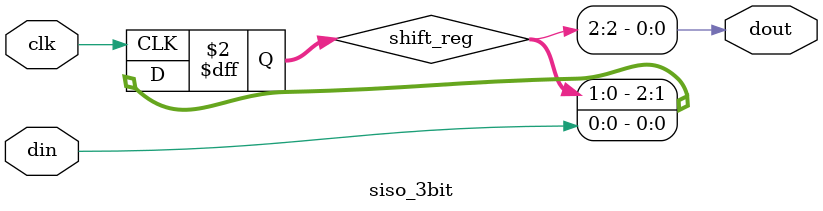
<source format=v>
module siso_3bit(
  input clk,din,
  output reg dout
);
  reg [2:0] shift_reg;
  
  always@(posedge clk) begin
    shift_reg[2] <= shift_reg[1];
    shift_reg[1] <= shift_reg[0];
    shift_reg[0] <= din;
  end
  
  assign dout = shift_reg[2];
  
endmodule

</source>
